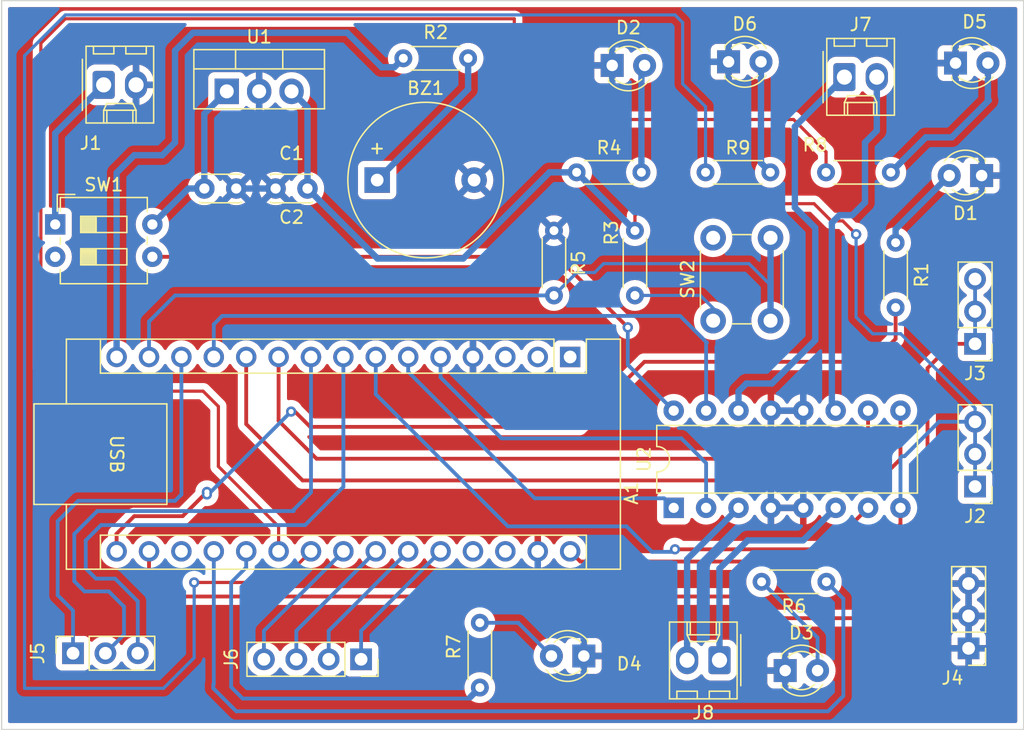
<source format=kicad_pcb>
(kicad_pcb (version 20211014) (generator pcbnew)
  (layers (0 "F.Cu" signal) (31 "B.Cu" signal) (34 "B.Paste" user) (35 "F.Paste" user) (36 "B.SilkS" user "B.Silkscreen") (37 "F.SilkS" user "F.Silkscreen") (38 "B.Mask" user) (39 "F.Mask" user) (44 "Edge.Cuts" user))
  (net 0 "")
  (net 4 "GND")
  (net 5 "MOTOR1_ILERI")
  (net 6 "MOTOR1_HIZ")
  (net 7 "MOTOR1_GERI")
  (net 8 "PWM1")
  (net 9 "PWM2")
  (net 10 "MOTOR2_ILERI")
  (net 11 "MOTOR2_HIZ")
  (net 12 "MOTOR2_GERI")
  (net 13 "PWM3")
  (net 14 "USER_BUTTON")
  (net 15 "USER_BUZZER")
  (net 16 "USER_LED")
  (net 17 "3.3V")
  (net 19 "MOTOR1_ILERI_LED")
  (net 20 "MOTOR1_GERI_LED")
  (net 21 "MOTOR2_ILERI_LED")
  (net 22 "MOTOR2_GERI_LED")
  (net 23 "SENSOR1")
  (net 24 "SENSOR2")
  (net 25 "SENSOR3")
  (net 26 "SENSOR4")
  (net 29 "PWR_OUT")
  (net 30 "Net-(BZ1-Pad1)")
  (net 31 "Net-(C1-Pad1)")
  (net 32 "Net-(D1-Pad2)")
  (net 33 "Net-(D2-Pad2)")
  (net 34 "Net-(D3-Pad2)")
  (net 35 "Net-(D4-Pad2)")
  (net 36 "Net-(D5-Pad2)")
  (net 37 "Net-(D6-Pad2)")
  (net 38 "+12V")
  (net 39 "Net-(J7-Pad1)")
  (net 40 "Net-(J7-Pad2)")
  (net 41 "Net-(J8-Pad1)")
  (net 42 "Net-(J8-Pad2)")
  (net 43 "Net-(R3-Pad1)")
  (net 44 "PWR_MOTOR")
  (footprint "Connector_PinSocket_2.54mm:PinSocket_1x03_P2.54mm_Vertical" (layer "F.Cu") (at 55 107.05 90)
    (fp_text reference "J5" (at 0 -2.77 90) (layer "F.SilkS"))
    (fp_text value "PWM_PINS")
    (pad "1" thru_hole rect (at 0 0 90) (size 1.7 1.7) (drill 1) (layers *.Cu *.Mask) (net 13 "PWM3"))
    (pad "2" thru_hole oval (at 0 2.54 90) (size 1.7 1.7) (drill 1) (layers *.Cu *.Mask) (net 9 "PWM2"))
    (pad "3" thru_hole oval (at 0 5.08 90) (size 1.7 1.7) (drill 1) (layers *.Cu *.Mask) (net 8 "PWM1"))
  )
  (footprint "Resistor_THT:R_Axial_DIN0204_L3.6mm_D1.6mm_P5.08mm_Horizontal" (layer "F.Cu") (at 114.0714 101.4476 180)
    (fp_text reference "R6" (at 2.54 -1.92) (layer "F.SilkS"))
    (fp_text value "330")
    (pad "1" thru_hole circle (at 0 0 180) (size 1.4 1.4) (drill 0.7) (layers *.Cu *.Mask) (net 19 "MOTOR1_ILERI_LED"))
    (pad "2" thru_hole oval (at 5.08 0 180) (size 1.4 1.4) (drill 0.7) (layers *.Cu *.Mask) (net 34 "Net-(D3-Pad2)"))
  )
  (footprint "Resistor_THT:R_Axial_DIN0204_L3.6mm_D1.6mm_P5.08mm_Horizontal" (layer "F.Cu") (at 104.5972 69.342)
    (fp_text reference "R9" (at 2.54 -1.92) (layer "F.SilkS"))
    (fp_text value "330")
    (pad "1" thru_hole circle (at 0 0) (size 1.4 1.4) (drill 0.7) (layers *.Cu *.Mask) (net 22 "MOTOR2_GERI_LED"))
    (pad "2" thru_hole oval (at 5.08 0) (size 1.4 1.4) (drill 0.7) (layers *.Cu *.Mask) (net 37 "Net-(D6-Pad2)"))
  )
  (footprint "Resistor_THT:R_Axial_DIN0204_L3.6mm_D1.6mm_P5.08mm_Horizontal" (layer "F.Cu") (at 94.488 69.342)
    (fp_text reference "R4" (at 2.54 -1.92) (layer "F.SilkS"))
    (fp_text value "330R")
    (pad "1" thru_hole circle (at 0 0) (size 1.4 1.4) (drill 0.7) (layers *.Cu *.Mask) (net 29 "PWR_OUT"))
    (pad "2" thru_hole oval (at 5.08 0) (size 1.4 1.4) (drill 0.7) (layers *.Cu *.Mask) (net 33 "Net-(D2-Pad2)"))
  )
  (footprint "Resistor_THT:R_Axial_DIN0204_L3.6mm_D1.6mm_P5.08mm_Horizontal" (layer "F.Cu") (at 86.9 109.74 90)
    (fp_text reference "R7" (at 3.19 -2.05 90) (layer "F.SilkS"))
    (fp_text value "330")
    (pad "1" thru_hole circle (at 0 0 90) (size 1.4 1.4) (drill 0.7) (layers *.Cu *.Mask) (net 20 "MOTOR1_GERI_LED"))
    (pad "2" thru_hole oval (at 5.08 0 90) (size 1.4 1.4) (drill 0.7) (layers *.Cu *.Mask) (net 35 "Net-(D4-Pad2)"))
  )
  (footprint "Buzzer_Beeper:Buzzer_12x9.5RM7.6" (layer "F.Cu") (at 78.85 69.95)
    (fp_text reference "BZ1" (at 3.8 -7.2) (layer "F.SilkS"))
    (fp_text value "Buzzer")
    (fp_text user "+" (at -0.01 -2.54) (layer "F.SilkS"))
    (pad "1" thru_hole rect (at 0 0) (size 2 2) (drill 1) (layers *.Cu *.Mask) (net 30 "Net-(BZ1-Pad1)"))
    (pad "2" thru_hole circle (at 7.6 0) (size 2 2) (drill 1) (layers *.Cu *.Mask) (net 4 "GND"))
  )
  (footprint "Connector_PinHeader_2.54mm:PinHeader_1x03_P2.54mm_Vertical" (layer "F.Cu") (at 125.73 82.789 180)
    (fp_text reference "J3" (at 0 -2.33) (layer "F.SilkS"))
    (fp_text value "+3.3V")
    (pad "1" thru_hole rect (at 0 0 180) (size 1.7 1.7) (drill 1) (layers *.Cu *.Mask) (net 17 "3.3V"))
    (pad "2" thru_hole oval (at 0 2.54 180) (size 1.7 1.7) (drill 1) (layers *.Cu *.Mask) (net 17 "3.3V"))
    (pad "3" thru_hole oval (at 0 5.08 180) (size 1.7 1.7) (drill 1) (layers *.Cu *.Mask) (net 17 "3.3V"))
  )
  (footprint "Connector_PinHeader_2.54mm:PinHeader_1x03_P2.54mm_Vertical" (layer "F.Cu") (at 125.73 93.98 180)
    (fp_text reference "J2" (at 0 -2.33) (layer "F.SilkS"))
    (fp_text value "+5V")
    (pad "1" thru_hole rect (at 0 0 180) (size 1.7 1.7) (drill 1) (layers *.Cu *.Mask) (net 29 "PWR_OUT"))
    (pad "2" thru_hole oval (at 0 2.54 180) (size 1.7 1.7) (drill 1) (layers *.Cu *.Mask) (net 29 "PWR_OUT"))
    (pad "3" thru_hole oval (at 0 5.08 180) (size 1.7 1.7) (drill 1) (layers *.Cu *.Mask) (net 29 "PWR_OUT"))
  )
  (footprint "Resistor_THT:R_Axial_DIN0204_L3.6mm_D1.6mm_P5.08mm_Horizontal" (layer "F.Cu") (at 119.5 79.94 90)
    (fp_text reference "R1" (at 2.54 2.032 90) (layer "F.SilkS"))
    (fp_text value "330")
    (pad "1" thru_hole circle (at 0 0 90) (size 1.4 1.4) (drill 0.7) (layers *.Cu *.Mask) (net 16 "USER_LED"))
    (pad "2" thru_hole oval (at 5.08 0 90) (size 1.4 1.4) (drill 0.7) (layers *.Cu *.Mask) (net 32 "Net-(D1-Pad2)"))
  )
  (footprint "Capacitor_THT:C_Disc_D3.0mm_W2.0mm_P2.50mm" (layer "F.Cu") (at 73.386 70.612 180)
    (fp_text reference "C2" (at 1.25 -2.25) (layer "F.SilkS"))
    (fp_text value "0.1uF")
    (pad "1" thru_hole circle (at 0 0 180) (size 1.6 1.6) (drill 0.8) (layers *.Cu *.Mask) (net 29 "PWR_OUT"))
    (pad "2" thru_hole circle (at 2.5 0 180) (size 1.6 1.6) (drill 0.8) (layers *.Cu *.Mask) (net 4 "GND"))
  )
  (footprint "Resistor_THT:R_Axial_DIN0204_L3.6mm_D1.6mm_P5.08mm_Horizontal" (layer "F.Cu") (at 114.046 69.342)
    (fp_text reference "R8" (at -0.862893 -2.15) (layer "F.SilkS"))
    (fp_text value "330")
    (pad "1" thru_hole circle (at 0 0) (size 1.4 1.4) (drill 0.7) (layers *.Cu *.Mask) (net 21 "MOTOR2_ILERI_LED"))
    (pad "2" thru_hole oval (at 5.08 0) (size 1.4 1.4) (drill 0.7) (layers *.Cu *.Mask) (net 36 "Net-(D5-Pad2)"))
  )
  (footprint "LED_THT:LED_D3.0mm" (layer "F.Cu") (at 110.8406 108.4072)
    (fp_text reference "D3" (at 1.27 -2.96) (layer "F.SilkS"))
    (fp_text value "LED")
    (pad "1" thru_hole rect (at 0 0) (size 1.8 1.8) (drill 0.9) (layers *.Cu *.Mask) (net 4 "GND"))
    (pad "2" thru_hole circle (at 2.54 0) (size 1.8 1.8) (drill 0.9) (layers *.Cu *.Mask) (net 34 "Net-(D3-Pad2)"))
  )
  (footprint "Module:Arduino_Nano" (layer "F.Cu") (at 93.98 83.82 -90)
    (fp_text reference "A1" (at 10.67 -4.805 90) (layer "F.SilkS"))
    (fp_text value "Arduino_Nano_v3.x")
    (fp_text user "USB" (at 7.62 35.56 -90 unlocked) (layer "F.SilkS"))
    (pad "1" thru_hole rect (at 0 0 270) (size 1.6 1.6) (drill 1) (layers *.Cu *.Mask))
    (pad "2" thru_hole oval (at 0 2.54 270) (size 1.6 1.6) (drill 1) (layers *.Cu *.Mask))
    (pad "3" thru_hole oval (at 0 5.08 270) (size 1.6 1.6) (drill 1) (layers *.Cu *.Mask))
    (pad "4" thru_hole oval (at 0 7.62 270) (size 1.6 1.6) (drill 1) (layers *.Cu *.Mask) (net 4 "GND"))
    (pad "5" thru_hole oval (at 0 10.16 270) (size 1.6 1.6) (drill 1) (layers *.Cu *.Mask) (net 5 "MOTOR1_ILERI"))
    (pad "6" thru_hole oval (at 0 12.7 270) (size 1.6 1.6) (drill 1) (layers *.Cu *.Mask) (net 6 "MOTOR1_HIZ"))
    (pad "7" thru_hole oval (at 0 15.24 270) (size 1.6 1.6) (drill 1) (layers *.Cu *.Mask) (net 7 "MOTOR1_GERI"))
    (pad "8" thru_hole oval (at 0 17.78 270) (size 1.6 1.6) (drill 1) (layers *.Cu *.Mask) (net 8 "PWM1"))
    (pad "9" thru_hole oval (at 0 20.32 270) (size 1.6 1.6) (drill 1) (layers *.Cu *.Mask) (net 9 "PWM2"))
    (pad "10" thru_hole oval (at 0 22.86 270) (size 1.6 1.6) (drill 1) (layers *.Cu *.Mask) (net 10 "MOTOR2_ILERI"))
    (pad "11" thru_hole oval (at 0 25.4 270) (size 1.6 1.6) (drill 1) (layers *.Cu *.Mask) (net 11 "MOTOR2_HIZ"))
    (pad "12" thru_hole oval (at 0 27.94 270) (size 1.6 1.6) (drill 1) (layers *.Cu *.Mask) (net 12 "MOTOR2_GERI"))
    (pad "13" thru_hole oval (at 0 30.48 270) (size 1.6 1.6) (drill 1) (layers *.Cu *.Mask) (net 13 "PWM3"))
    (pad "14" thru_hole oval (at 0 33.02 270) (size 1.6 1.6) (drill 1) (layers *.Cu *.Mask) (net 14 "USER_BUTTON"))
    (pad "15" thru_hole oval (at 0 35.56 270) (size 1.6 1.6) (drill 1) (layers *.Cu *.Mask) (net 15 "USER_BUZZER"))
    (pad "16" thru_hole oval (at 15.24 35.56 270) (size 1.6 1.6) (drill 1) (layers *.Cu *.Mask) (net 16 "USER_LED"))
    (pad "17" thru_hole oval (at 15.24 33.02 270) (size 1.6 1.6) (drill 1) (layers *.Cu *.Mask) (net 17 "3.3V"))
    (pad "18" thru_hole oval (at 15.24 30.48 270) (size 1.6 1.6) (drill 1) (layers *.Cu *.Mask))
    (pad "19" thru_hole oval (at 15.24 27.94 270) (size 1.6 1.6) (drill 1) (layers *.Cu *.Mask) (net 19 "MOTOR1_ILERI_LED"))
    (pad "20" thru_hole oval (at 15.24 25.4 270) (size 1.6 1.6) (drill 1) (layers *.Cu *.Mask) (net 20 "MOTOR1_GERI_LED"))
    (pad "21" thru_hole oval (at 15.24 22.86 270) (size 1.6 1.6) (drill 1) (layers *.Cu *.Mask) (net 21 "MOTOR2_ILERI_LED"))
    (pad "22" thru_hole oval (at 15.24 20.32 270) (size 1.6 1.6) (drill 1) (layers *.Cu *.Mask) (net 22 "MOTOR2_GERI_LED"))
    (pad "23" thru_hole oval (at 15.24 17.78 270) (size 1.6 1.6) (drill 1) (layers *.Cu *.Mask) (net 23 "SENSOR1"))
    (pad "24" thru_hole oval (at 15.24 15.24 270) (size 1.6 1.6) (drill 1) (layers *.Cu *.Mask) (net 24 "SENSOR2"))
    (pad "25" thru_hole oval (at 15.24 12.7 270) (size 1.6 1.6) (drill 1) (layers *.Cu *.Mask) (net 25 "SENSOR3"))
    (pad "26" thru_hole oval (at 15.24 10.16 270) (size 1.6 1.6) (drill 1) (layers *.Cu *.Mask) (net 26 "SENSOR4"))
    (pad "27" thru_hole oval (at 15.24 7.62 270) (size 1.6 1.6) (drill 1) (layers *.Cu *.Mask))
    (pad "28" thru_hole oval (at 15.24 5.08 270) (size 1.6 1.6) (drill 1) (layers *.Cu *.Mask))
    (pad "29" thru_hole oval (at 15.24 2.54 270) (size 1.6 1.6) (drill 1) (layers *.Cu *.Mask) (net 4 "GND"))
    (pad "30" thru_hole oval (at 15.24 0 270) (size 1.6 1.6) (drill 1) (layers *.Cu *.Mask) (net 29 "PWR_OUT"))
  )
  (footprint "Resistor_THT:R_Axial_DIN0204_L3.6mm_D1.6mm_P5.08mm_Horizontal" (layer "F.Cu") (at 80.9 60.4)
    (fp_text reference "R2" (at 2.54 -2.032) (layer "F.SilkS"))
    (fp_text value "330")
    (pad "1" thru_hole circle (at 0 0) (size 1.4 1.4) (drill 0.7) (layers *.Cu *.Mask) (net 15 "USER_BUZZER"))
    (pad "2" thru_hole oval (at 5.08 0) (size 1.4 1.4) (drill 0.7) (layers *.Cu *.Mask) (net 30 "Net-(BZ1-Pad1)"))
  )
  (footprint "Button_Switch_THT:SW_DIP_SPSTx02_Slide_6.7x6.64mm_W7.62mm_P2.54mm_LowProfile" (layer "F.Cu") (at 53.604 73.426)
    (fp_text reference "SW1" (at 3.81 -3.11) (layer "F.SilkS"))
    (fp_text value "SWITCHES")
    (pad "1" thru_hole rect (at 0 0) (size 1.6 1.6) (drill 0.8) (layers *.Cu *.Mask) (net 38 "+12V"))
    (pad "2" thru_hole oval (at 0 2.54) (size 1.6 1.6) (drill 0.8) (layers *.Cu *.Mask) (net 38 "+12V"))
    (pad "3" thru_hole oval (at 7.62 2.54) (size 1.6 1.6) (drill 0.8) (layers *.Cu *.Mask) (net 44 "PWR_MOTOR"))
    (pad "4" thru_hole oval (at 7.62 0) (size 1.6 1.6) (drill 0.8) (layers *.Cu *.Mask) (net 31 "Net-(C1-Pad1)"))
  )
  (footprint "Connector_Molex:Molex_KK-254_AE-6410-02A_1x02_P2.54mm_Vertical" (layer "F.Cu") (at 115.484107 61.876)
    (fp_text reference "J7" (at 1.27 -4.12) (layer "F.SilkS"))
    (fp_text value "MOTOR2")
    (pad "1" thru_hole roundrect (at 0 0) (size 1.74 2.19) (drill 1.19) (layers *.Cu *.Mask) (roundrect_rratio 0.143678) (net 39 "Net-(J7-Pad1)"))
    (pad "2" thru_hole oval (at 2.54 0) (size 1.74 2.19) (drill 1.19) (layers *.Cu *.Mask) (net 40 "Net-(J7-Pad2)"))
  )
  (footprint "Connector_PinHeader_2.54mm:PinHeader_1x03_P2.54mm_Vertical" (layer "F.Cu") (at 125.222 106.665 180)
    (fp_text reference "J4" (at 1.27 -2.33) (layer "F.SilkS"))
    (fp_text value "GND")
    (pad "1" thru_hole rect (at 0 0 180) (size 1.7 1.7) (drill 1) (layers *.Cu *.Mask) (net 4 "GND"))
    (pad "2" thru_hole oval (at 0 2.54 180) (size 1.7 1.7) (drill 1) (layers *.Cu *.Mask) (net 4 "GND"))
    (pad "3" thru_hole oval (at 0 5.08 180) (size 1.7 1.7) (drill 1) (layers *.Cu *.Mask) (net 4 "GND"))
  )
  (footprint "LED_THT:LED_D3.0mm" (layer "F.Cu") (at 126.243 69.596 180)
    (fp_text reference "D1" (at 1.27 -2.96) (layer "F.SilkS"))
    (fp_text value "LED")
    (pad "1" thru_hole rect (at 0 0 180) (size 1.8 1.8) (drill 0.9) (layers *.Cu *.Mask) (net 4 "GND"))
    (pad "2" thru_hole circle (at 2.54 0 180) (size 1.8 1.8) (drill 0.9) (layers *.Cu *.Mask) (net 32 "Net-(D1-Pad2)"))
  )
  (footprint "Connector_Molex:Molex_KK-254_AE-6410-02A_1x02_P2.54mm_Vertical" (layer "F.Cu") (at 105.6894 107.5944 180)
    (fp_text reference "J8" (at 1.27 -4.12) (layer "F.SilkS"))
    (fp_text value "MOTOR1")
    (pad "1" thru_hole roundrect (at 0 0 180) (size 1.74 2.19) (drill 1.19) (layers *.Cu *.Mask) (roundrect_rratio 0.143678) (net 41 "Net-(J8-Pad1)"))
    (pad "2" thru_hole oval (at 2.54 0 180) (size 1.74 2.19) (drill 1.19) (layers *.Cu *.Mask) (net 42 "Net-(J8-Pad2)"))
  )
  (footprint "Button_Switch_THT:SW_PUSH_6mm_H4.3mm" (layer "F.Cu") (at 105.192 80.974 90)
    (fp_text reference "SW2" (at 3.25 -2 90) (layer "F.SilkS"))
    (fp_text value "SW_Push")
    (pad "1" thru_hole circle (at 0 0 180) (size 2 2) (drill 1.1) (layers *.Cu *.Mask) (net 43 "Net-(R3-Pad1)"))
    (pad "1" thru_hole circle (at 6.5 0 180) (size 2 2) (drill 1.1) (layers *.Cu *.Mask) (net 43 "Net-(R3-Pad1)"))
    (pad "2" thru_hole circle (at 6.5 4.5 180) (size 2 2) (drill 1.1) (layers *.Cu *.Mask) (net 14 "USER_BUTTON"))
    (pad "2" thru_hole circle (at 0 4.5 180) (size 2 2) (drill 1.1) (layers *.Cu *.Mask) (net 14 "USER_BUTTON"))
  )
  (footprint "Resistor_THT:R_Axial_DIN0204_L3.6mm_D1.6mm_P5.08mm_Horizontal" (layer "F.Cu") (at 99.06 78.994 90)
    (fp_text reference "R3" (at 4.908 -1.85 90) (layer "F.SilkS"))
    (fp_text value "330")
    (pad "1" thru_hole circle (at 0 0 90) (size 1.4 1.4) (drill 0.7) (layers *.Cu *.Mask) (net 43 "Net-(R3-Pad1)"))
    (pad "2" thru_hole oval (at 5.08 0 90) (size 1.4 1.4) (drill 0.7) (layers *.Cu *.Mask) (net 29 "PWR_OUT"))
  )
  (footprint "Package_TO_SOT_THT:TO-220-3_Vertical" (layer "F.Cu") (at 67.056 62.992)
    (fp_text reference "U1" (at 2.54 -4.27) (layer "F.SilkS"))
    (fp_text value "L7805")
    (pad "1" thru_hole rect (at 0 0) (size 1.905 2) (drill 1.1) (layers *.Cu *.Mask) (net 31 "Net-(C1-Pad1)"))
    (pad "2" thru_hole oval (at 2.54 0) (size 1.905 2) (drill 1.1) (layers *.Cu *.Mask) (net 4 "GND"))
    (pad "3" thru_hole oval (at 5.08 0) (size 1.905 2) (drill 1.1) (layers *.Cu *.Mask) (net 29 "PWR_OUT"))
  )
  (footprint "Resistor_THT:R_Axial_DIN0204_L3.6mm_D1.6mm_P5.08mm_Horizontal" (layer "F.Cu") (at 92.71 73.914 -90)
    (fp_text reference "R5" (at 2.54 -1.92 90) (layer "F.SilkS"))
    (fp_text value "10K")
    (pad "1" thru_hole circle (at 0 0 270) (size 1.4 1.4) (drill 0.7) (layers *.Cu *.Mask) (net 4 "GND"))
    (pad "2" thru_hole oval (at 5.08 0 270) (size 1.4 1.4) (drill 0.7) (layers *.Cu *.Mask) (net 14 "USER_BUTTON"))
  )
  (footprint "LED_THT:LED_D3.0mm" (layer "F.Cu") (at 95.0518 107.2642 180)
    (fp_text reference "D4" (at -3.5546 -0.6196) (layer "F.SilkS"))
    (fp_text value "LED")
    (pad "1" thru_hole rect (at 0 0 180) (size 1.8 1.8) (drill 0.9) (layers *.Cu *.Mask) (net 4 "GND"))
    (pad "2" thru_hole circle (at 2.54 0 180) (size 1.8 1.8) (drill 0.9) (layers *.Cu *.Mask) (net 35 "Net-(D4-Pad2)"))
  )
  (footprint "LED_THT:LED_D3.0mm" (layer "F.Cu") (at 124.197 60.776)
    (fp_text reference "D5" (at 1.498 -3.224) (layer "F.SilkS"))
    (fp_text value "LED")
    (pad "1" thru_hole rect (at 0 0) (size 1.8 1.8) (drill 0.9) (layers *.Cu *.Mask) (net 4 "GND"))
    (pad "2" thru_hole circle (at 2.54 0) (size 1.8 1.8) (drill 0.9) (layers *.Cu *.Mask) (net 36 "Net-(D5-Pad2)"))
  )
  (footprint "Capacitor_THT:C_Disc_D3.0mm_W2.0mm_P2.50mm" (layer "F.Cu") (at 65.298 70.612)
    (fp_text reference "C1" (at 6.838 -2.758) (layer "F.SilkS"))
    (fp_text value "0.33uF")
    (pad "1" thru_hole circle (at 0 0) (size 1.6 1.6) (drill 0.8) (layers *.Cu *.Mask) (net 31 "Net-(C1-Pad1)"))
    (pad "2" thru_hole circle (at 2.5 0) (size 1.6 1.6) (drill 0.8) (layers *.Cu *.Mask) (net 4 "GND"))
  )
  (footprint "LED_THT:LED_D3.0mm" (layer "F.Cu") (at 97.277 60.96)
    (fp_text reference "D2" (at 1.27 -2.96) (layer "F.SilkS"))
    (fp_text value "LED")
    (pad "1" thru_hole rect (at 0 0) (size 1.8 1.8) (drill 0.9) (layers *.Cu *.Mask) (net 4 "GND"))
    (pad "2" thru_hole circle (at 2.54 0) (size 1.8 1.8) (drill 0.9) (layers *.Cu *.Mask) (net 33 "Net-(D2-Pad2)"))
  )
  (footprint "Connector_PinSocket_2.54mm:PinSocket_1x04_P2.54mm_Vertical" (layer "F.Cu") (at 77.59 107.525 -90)
    (fp_text reference "J6" (at -0.025 10.185 90) (layer "F.SilkS"))
    (fp_text value "ANALOG_SENSOR")
    (pad "1" thru_hole rect (at 0 0 270) (size 1.7 1.7) (drill 1) (layers *.Cu *.Mask) (net 26 "SENSOR4"))
    (pad "2" thru_hole oval (at 0 2.54 270) (size 1.7 1.7) (drill 1) (layers *.Cu *.Mask) (net 25 "SENSOR3"))
    (pad "3" thru_hole oval (at 0 5.08 270) (size 1.7 1.7) (drill 1) (layers *.Cu *.Mask) (net 24 "SENSOR2"))
    (pad "4" thru_hole oval (at 0 7.62 270) (size 1.7 1.7) (drill 1) (layers *.Cu *.Mask) (net 23 "SENSOR1"))
  )
  (footprint "LED_THT:LED_D3.0mm" (layer "F.Cu") (at 106.402 60.676)
    (fp_text reference "D6" (at 1.27 -2.96) (layer "F.SilkS"))
    (fp_text value "LED")
    (pad "1" thru_hole rect (at 0 0) (size 1.8 1.8) (drill 0.9) (layers *.Cu *.Mask) (net 4 "GND"))
    (pad "2" thru_hole circle (at 2.54 0) (size 1.8 1.8) (drill 0.9) (layers *.Cu *.Mask) (net 37 "Net-(D6-Pad2)"))
  )
  (footprint "Package_DIP:DIP-16_W7.62mm" (layer "F.Cu") (at 102.1 95.65 90)
    (fp_text reference "U2" (at 3.81 -2.33 90) (layer "F.SilkS"))
    (fp_text value "L293D")
    (pad "1" thru_hole rect (at 0 0 90) (size 1.6 1.6) (drill 0.8) (layers *.Cu *.Mask) (net 6 "MOTOR1_HIZ"))
    (pad "2" thru_hole oval (at 0 2.54 90) (size 1.6 1.6) (drill 0.8) (layers *.Cu *.Mask) (net 5 "MOTOR1_ILERI"))
    (pad "3" thru_hole oval (at 0 5.08 90) (size 1.6 1.6) (drill 0.8) (layers *.Cu *.Mask) (net 42 "Net-(J8-Pad2)"))
    (pad "4" thru_hole oval (at 0 7.62 90) (size 1.6 1.6) (drill 0.8) (layers *.Cu *.Mask) (net 4 "GND"))
    (pad "5" thru_hole oval (at 0 10.16 90) (size 1.6 1.6) (drill 0.8) (layers *.Cu *.Mask) (net 4 "GND"))
    (pad "6" thru_hole oval (at 0 12.7 90) (size 1.6 1.6) (drill 0.8) (layers *.Cu *.Mask) (net 41 "Net-(J8-Pad1)"))
    (pad "7" thru_hole oval (at 0 15.24 90) (size 1.6 1.6) (drill 0.8) (layers *.Cu *.Mask) (net 7 "MOTOR1_GERI"))
    (pad "8" thru_hole oval (at 0 17.78 90) (size 1.6 1.6) (drill 0.8) (layers *.Cu *.Mask) (net 29 "PWR_OUT"))
    (pad "9" thru_hole oval (at 7.62 17.78 90) (size 1.6 1.6) (drill 0.8) (layers *.Cu *.Mask) (net 11 "MOTOR2_HIZ"))
    (pad "10" thru_hole oval (at 7.62 15.24 90) (size 1.6 1.6) (drill 0.8) (layers *.Cu *.Mask) (net 10 "MOTOR2_ILERI"))
    (pad "11" thru_hole oval (at 7.62 12.7 90) (size 1.6 1.6) (drill 0.8) (layers *.Cu *.Mask) (net 40 "Net-(J7-Pad2)"))
    (pad "12" thru_hole oval (at 7.62 10.16 90) (size 1.6 1.6) (drill 0.8) (layers *.Cu *.Mask) (net 4 "GND"))
    (pad "13" thru_hole oval (at 7.62 7.62 90) (size 1.6 1.6) (drill 0.8) (layers *.Cu *.Mask) (net 4 "GND"))
    (pad "14" thru_hole oval (at 7.62 5.08 90) (size 1.6 1.6) (drill 0.8) (layers *.Cu *.Mask) (net 39 "Net-(J7-Pad1)"))
    (pad "15" thru_hole oval (at 7.62 2.54 90) (size 1.6 1.6) (drill 0.8) (layers *.Cu *.Mask) (net 12 "MOTOR2_GERI"))
    (pad "16" thru_hole oval (at 7.62 0 90) (size 1.6 1.6) (drill 0.8) (layers *.Cu *.Mask) (net 44 "PWR_MOTOR"))
  )
  (footprint "Connector_Molex:Molex_KK-254_AE-6410-02A_1x02_P2.54mm_Vertical" (layer "F.Cu") (at 57.404 62.484)
    (fp_text reference "J1" (at -1.016 4.572) (layer "F.SilkS"))
    (fp_text value "PWR")
    (pad "1" thru_hole roundrect (at 0 0) (size 1.74 2.19) (drill 1.19) (layers *.Cu *.Mask) (roundrect_rratio 0.143678) (net 38 "+12V"))
    (pad "2" thru_hole oval (at 2.54 0) (size 1.74 2.19) (drill 1.19) (layers *.Cu *.Mask) (net 4 "GND"))
  )
  (gr_line (start 129.54 55.88) (end 129.54 113.03) (layer "Edge.Cuts") (width 0.1))
  (gr_line (start 49.403 55.88) (end 129.54 55.88) (layer "Edge.Cuts") (width 0.1))
  (gr_line (start 49.403 113.03) (end 49.403 55.88) (layer "Edge.Cuts") (width 0.1))
  (gr_line (start 129.54 113.03) (end 49.403 113.03) (layer "Edge.Cuts") (width 0.1))
  (segment (start 59.944 62.484) (end 59.944 66.548) (width 0.5) (layer "B.Cu") (net 4))
  (segment (start 67.798 70.612) (end 70.886 70.612) (width 0.5) (layer "B.Cu") (net 4))
  (segment (start 102.7 90.2) (end 104.64 92.14) (width 0.3) (layer "B.Cu") (net 5))
  (segment (start 104.64 92.14) (end 104.64 95.65) (width 0.3) (layer "B.Cu") (net 5))
  (segment (start 88.6 90.2) (end 102.7 90.2) (width 0.3) (layer "B.Cu") (net 5))
  (segment (start 83.82 83.82) (end 83.82 85.42) (width 0.3) (layer "B.Cu") (net 5))
  (segment (start 83.82 85.42) (end 88.6 90.2) (width 0.3) (layer "B.Cu") (net 5))
  (segment (start 91.2 94.9) (end 101.35 94.9) (width 0.3) (layer "B.Cu") (net 6))
  (segment (start 81.28 83.82) (end 81.28 84.98) (width 0.3) (layer "B.Cu") (net 6))
  (segment (start 81.28 84.98) (end 91.2 94.9) (width 0.3) (layer "B.Cu") (net 6))
  (segment (start 101.35 94.9) (end 102.1 95.65) (width 0.3) (layer "B.Cu") (net 6))
  (segment (start 114.09 98.9) (end 117.34 95.65) (width 0.3) (layer "F.Cu") (net 7))
  (segment (start 102.2 98.9) (end 114.09 98.9) (width 0.3) (layer "F.Cu") (net 7))
  (via (at 102.2 98.9) (size 0.8) (drill 0.4) (layers "F.Cu" "B.Cu") (net 7))
  (segment (start 78.74 86.74) (end 88.7 96.7) (width 0.3) (layer "B.Cu") (net 7))
  (segment (start 98.2 97.1) (end 98.4 97.1) (width 0.3) (layer "B.Cu") (net 7))
  (segment (start 98.4 97.1) (end 100.4 99.1) (width 0.3) (layer "B.Cu") (net 7))
  (segment (start 100.4 99.1) (end 102 99.1) (width 0.3) (layer "B.Cu") (net 7))
  (segment (start 78.74 83.82) (end 78.74 86.74) (width 0.3) (layer "B.Cu") (net 7))
  (segment (start 89.1 97.1) (end 98.2 97.1) (width 0.3) (layer "B.Cu") (net 7))
  (segment (start 102 99.1) (end 102.2 98.9) (width 0.3) (layer "B.Cu") (net 7))
  (segment (start 88.7 96.7) (end 89.1 97.1) (width 0.3) (layer "B.Cu") (net 7))
  (segment (start 60.08 102.98) (end 58.3 101.2) (width 0.3) (layer "B.Cu") (net 8))
  (segment (start 58.3 101.2) (end 56.8 101.2) (width 0.3) (layer "B.Cu") (net 8))
  (segment (start 56 100.4) (end 56 98.2) (width 0.3) (layer "B.Cu") (net 8))
  (segment (start 73.2 97) (end 76.2 94) (width 0.3) (layer "B.Cu") (net 8))
  (segment (start 56 98.2) (end 57.2 97) (width 0.3) (layer "B.Cu") (net 8))
  (segment (start 60.08 107.05) (end 60.08 102.98) (width 0.3) (layer "B.Cu") (net 8))
  (segment (start 76.2 94) (end 76.2 83.82) (width 0.3) (layer "B.Cu") (net 8))
  (segment (start 56.8 101.2) (end 56 100.4) (width 0.3) (layer "B.Cu") (net 8))
  (segment (start 57.2 97) (end 73.2 97) (width 0.3) (layer "B.Cu") (net 8))
  (segment (start 73.66 83.82) (end 73.66 94.44) (width 0.3) (layer "B.Cu") (net 9))
  (segment (start 72.3 95.8) (end 72.3 95.9) (width 0.3) (layer "B.Cu") (net 9))
  (segment (start 57.8 102.2) (end 59 103.4) (width 0.3) (layer "B.Cu") (net 9))
  (segment (start 59 105.59) (end 57.54 107.05) (width 0.3) (layer "B.Cu") (net 9))
  (segment (start 73.66 94.44) (end 72.3 95.8) (width 0.3) (layer "B.Cu") (net 9))
  (segment (start 55.9 102.2) (end 57.8 102.2) (width 0.3) (layer "B.Cu") (net 9))
  (segment (start 56.9 95.9) (end 55.1 97.7) (width 0.3) (layer "B.Cu") (net 9))
  (segment (start 55.1 101.4) (end 55.9 102.2) (width 0.3) (layer "B.Cu") (net 9))
  (segment (start 72.3 95.9) (end 56.9 95.9) (width 0.3) (layer "B.Cu") (net 9))
  (segment (start 59 103.4) (end 59 105.59) (width 0.3) (layer "B.Cu") (net 9))
  (segment (start 55.1 97.7) (end 55.1 101.4) (width 0.3) (layer "B.Cu") (net 9))
  (segment (start 71.12 83.82) (end 71.12 88.82) (width 0.3) (layer "F.Cu") (net 10))
  (segment (start 71.12 88.82) (end 74.1 91.8) (width 0.3) (layer "F.Cu") (net 10))
  (segment (start 74.1 91.8) (end 116.1 91.8) (width 0.3) (layer "F.Cu") (net 10))
  (segment (start 117.34 90.56) (end 117.34 88.03) (width 0.3) (layer "F.Cu") (net 10))
  (segment (start 116.1 91.8) (end 117.34 90.56) (width 0.3) (layer "F.Cu") (net 10))
  (segment (start 119.88 91.82) (end 119.88 88.03) (width 0.3) (layer "F.Cu") (net 11))
  (segment (start 118.2 93.5) (end 119.88 91.82) (width 0.3) (layer "F.Cu") (net 11))
  (segment (start 68.58 83.82) (end 68.58 89.08) (width 0.3) (layer "F.Cu") (net 11))
  (segment (start 73 93.5) (end 118.2 93.5) (width 0.3) (layer "F.Cu") (net 11))
  (segment (start 68.58 89.08) (end 73 93.5) (width 0.3) (layer "F.Cu") (net 11))
  (segment (start 66.04 83.82) (end 66.04 81.26) (width 0.3) (layer "B.Cu") (net 12))
  (segment (start 102.6 80.6) (end 104.7 82.7) (width 0.3) (layer "B.Cu") (net 12))
  (segment (start 104.64 82.76) (end 104.64 88.03) (width 0.3) (layer "B.Cu") (net 12))
  (segment (start 66.04 81.26) (end 66.7 80.6) (width 0.3) (layer "B.Cu") (net 12))
  (segment (start 66.7 80.6) (end 102.6 80.6) (width 0.3) (layer "B.Cu") (net 12))
  (segment (start 104.7 82.7) (end 104.64 82.76) (width 0.3) (layer "B.Cu") (net 12))
  (segment (start 55 103.7) (end 53.8 102.5) (width 0.3) (layer "B.Cu") (net 13))
  (segment (start 63 95.1) (end 63.5 94.6) (width 0.3) (layer "B.Cu") (net 13))
  (segment (start 63.5 94.6) (end 63.5 83.82) (width 0.3) (layer "B.Cu") (net 13))
  (segment (start 55.4 95.1) (end 63 95.1) (width 0.3) (layer "B.Cu") (net 13))
  (segment (start 53.8 96.7) (end 55.4 95.1) (width 0.3) (layer "B.Cu") (net 13))
  (segment (start 53.8 102.5) (end 53.8 96.7) (width 0.3) (layer "B.Cu") (net 13))
  (segment (start 55 107.05) (end 55 103.7) (width 0.3) (layer "B.Cu") (net 13))
  (segment (start 60.96 83.82) (end 60.96 81.04) (width 0.3) (layer "B.Cu") (net 14))
  (segment (start 96.6 76.5) (end 108 76.5) (width 0.25) (layer "B.Cu") (net 14))
  (segment (start 63.006 78.994) (end 92.71 78.994) (width 0.3) (layer "B.Cu") (net 14))
  (segment (start 92.71 78.994) (end 94.504 77.2) (width 0.25) (layer "B.Cu") (net 14))
  (segment (start 94.504 77.2) (end 95.9 77.2) (width 0.25) (layer "B.Cu") (net 14))
  (segment (start 95.9 77.2) (end 96.6 76.5) (width 0.25) (layer "B.Cu") (net 14))
  (segment (start 60.96 81.04) (end 63.006 78.994) (width 0.3) (layer "B.Cu") (net 14))
  (segment (start 109.692 78.192) (end 109.692 74.474) (width 0.5) (layer "B.Cu") (net 14))
  (segment (start 108 76.5) (end 109.692 78.192) (width 0.25) (layer "B.Cu") (net 14))
  (segment (start 109.692 80.974) (end 109.692 78.192) (width 0.5) (layer "B.Cu") (net 14))
  (segment (start 79.2 61.1) (end 80.2 61.1) (width 0.5) (layer "B.Cu") (net 15))
  (segment (start 63 67) (end 63 59.8) (width 0.5) (layer "B.Cu") (net 15))
  (segment (start 63 59.8) (end 64.4 58.4) (width 0.5) (layer "B.Cu") (net 15))
  (segment (start 58.42 69.38) (end 59.8 68) (width 0.5) (layer "B.Cu") (net 15))
  (segment (start 58.42 83.82) (end 58.42 69.38) (width 0.5) (layer "B.Cu") (net 15))
  (segment (start 62 68) (end 63 67) (width 0.5) (layer "B.Cu") (net 15))
  (segment (start 76.5 58.4) (end 79.2 61.1) (width 0.5) (layer "B.Cu") (net 15))
  (segment (start 59.8 68) (end 62 68) (width 0.5) (layer "B.Cu") (net 15))
  (segment (start 64.4 58.4) (end 76.5 58.4) (width 0.5) (layer "B.Cu") (net 15))
  (segment (start 80.2 61.1) (end 80.9 60.4) (width 0.5) (layer "B.Cu") (net 15))
  (segment (start 63.6 96.3) (end 59.8 96.3) (width 0.3) (layer "F.Cu") (net 16))
  (segment (start 58.42 97.72) (end 58.42 99.06) (width 0.3) (layer "F.Cu") (net 16))
  (segment (start 58.4 97.7) (end 58.42 97.72) (width 0.3) (layer "F.Cu") (net 16))
  (segment (start 99.8 84.2) (end 95.7 88.3) (width 0.3) (layer "F.Cu") (net 16))
  (segment (start 73.6 89.3) (end 72.2 87.9) (width 0.3) (layer "F.Cu") (net 16))
  (segment (start 95.7 88.3) (end 94.7 89.3) (width 0.3) (layer "F.Cu") (net 16))
  (segment (start 65.5 94.4) (end 63.6 96.3) (width 0.3) (layer "F.Cu") (net 16))
  (segment (start 119.5 79.94) (end 119.5 82.4) (width 0.3) (layer "F.Cu") (net 16))
  (segment (start 117.7 84.2) (end 99.8 84.2) (width 0.3) (layer "F.Cu") (net 16))
  (segment (start 72.1 88) (end 72.1 88.1) (width 0.3) (layer "F.Cu") (net 16))
  (segment (start 72.2 87.9) (end 72.1 88) (width 0.3) (layer "F.Cu") (net 16))
  (segment (start 94.7 89.3) (end 73.6 89.3) (width 0.3) (layer "F.Cu") (net 16))
  (segment (start 119.5 82.4) (end 117.7 84.2) (width 0.3) (layer "F.Cu") (net 16))
  (segment (start 59.8 96.3) (end 58.4 97.7) (width 0.3) (layer "F.Cu") (net 16))
  (via (at 72.1 88.1) (size 0.8) (drill 0.4) (layers "F.Cu" "B.Cu") (net 16))
  (via (at 65.5 94.4) (size 0.8) (drill 0.4) (layers "F.Cu" "B.Cu") (net 16))
  (via (at 65.5 94.6) (size 0.8) (drill 0.4) (layers "F.Cu" "B.Cu") (net 16))
  (segment (start 65.6 94.6) (end 65.5 94.6) (width 0.3) (layer "B.Cu") (net 16))
  (segment (start 72.1 88.1) (end 65.6 94.6) (width 0.3) (layer "B.Cu") (net 16))
  (segment (start 65.5 94.6) (end 65.5 94.4) (width 0.3) (layer "B.Cu") (net 16))
  (segment (start 106.7 102.6) (end 62.1 102.6) (width 0.3) (layer "F.Cu") (net 17))
  (segment (start 60.96 101.46) (end 60.96 99.06) (width 0.3) (layer "F.Cu") (net 17))
  (segment (start 119.5 104.3) (end 108.4 104.3) (width 0.3) (layer "F.Cu") (net 17))
  (segment (start 122 101.8) (end 119.5 104.3) (width 0.3) (layer "F.Cu") (net 17))
  (segment (start 122 84.7) (end 122 101.8) (width 0.3) (layer "F.Cu") (net 17))
  (segment (start 123.911 82.789) (end 122 84.7) (width 0.3) (layer "F.Cu") (net 17))
  (segment (start 108.4 104.3) (end 106.7 102.6) (width 0.3) (layer "F.Cu") (net 17))
  (segment (start 62.1 102.6) (end 60.96 101.46) (width 0.3) (layer "F.Cu") (net 17))
  (segment (start 125.73 82.789) (end 123.911 82.789) (width 0.3) (layer "F.Cu") (net 17))
  (segment (start 125.73 82.789) (end 125.73 80.249) (width 0.3) (layer "B.Cu") (net 17))
  (segment (start 125.73 80.249) (end 125.73 77.709) (width 0.3) (layer "B.Cu") (net 17))
  (segment (start 115.4 110.4) (end 114.2 111.6) (width 0.3) (layer "B.Cu") (net 19))
  (segment (start 67.8 111.6) (end 66 109.8) (width 0.3) (layer "B.Cu") (net 19))
  (segment (start 66.04 109.46) (end 66.04 99.06) (width 0.3) (layer "B.Cu") (net 19))
  (segment (start 114.2 111.6) (end 67.8 111.6) (width 0.3) (layer "B.Cu") (net 19))
  (segment (start 115.4 102.7762) (end 115.4 110.4) (width 0.3) (layer "B.Cu") (net 19))
  (segment (start 66 109.5) (end 66.04 109.46) (width 0.3) (layer "B.Cu") (net 19))
  (segment (start 114.0714 101.4476) (end 115.4 102.7762) (width 0.3) (layer "B.Cu") (net 19))
  (segment (start 66 109.8) (end 66 109.5) (width 0.3) (layer "B.Cu") (net 19))
  (segment (start 67.4 109.7) (end 67.4 101.5) (width 0.3) (layer "B.Cu") (net 20))
  (segment (start 68.58 100.32) (end 68.58 99.06) (width 0.3) (layer "B.Cu") (net 20))
  (segment (start 86.9 109.74) (end 86.04 110.6) (width 0.3) (layer "B.Cu") (net 20))
  (segment (start 67.4 101.5) (end 68.58 100.32) (width 0.3) (layer "B.Cu") (net 20))
  (segment (start 86.9 109.74) (end 86.14 110.5) (width 0.5) (layer "B.Cu") (net 20))
  (segment (start 86.04 110.6) (end 68.3 110.6) (width 0.3) (layer "B.Cu") (net 20))
  (segment (start 68.3 110.6) (end 67.4 109.7) (width 0.3) (layer "B.Cu") (net 20))
  (segment (start 54.3 86.5) (end 65.2 86.5) (width 0.25) (layer "F.Cu") (net 21))
  (segment (start 111.5 65.2) (end 96 65.2) (width 0.25) (layer "F.Cu") (net 21))
  (segment (start 89.6 58.8) (end 89.6 57.3) (width 0.25) (layer "F.Cu") (net 21))
  (segment (start 54.4 57.3) (end 52.479 59.221) (width 0.25) (layer "F.Cu") (net 21))
  (segment (start 96 65.2) (end 89.6 58.8) (width 0.25) (layer "F.Cu") (net 21))
  (segment (start 71.12 97.12) (end 71.12 99.06) (width 0.25) (layer "F.Cu") (net 21))
  (segment (start 114.046 69.342) (end 114.046 67.746) (width 0.25) (layer "F.Cu") (net 21))
  (segment (start 52.479 59.221) (end 52.479 84.679) (width 0.25) (layer "F.Cu") (net 21))
  (segment (start 89.6 57.3) (end 54.4 57.3) (width 0.25) (layer "F.Cu") (net 21))
  (segment (start 114.046 67.746) (end 111.5 65.2) (width 0.25) (layer "F.Cu") (net 21))
  (segment (start 65.2 86.5) (end 66.4 87.7) (width 0.25) (layer "F.Cu") (net 21))
  (segment (start 66.4 92.4) (end 71.12 97.12) (width 0.25) (layer "F.Cu") (net 21))
  (segment (start 66.4 87.7) (end 66.4 92.4) (width 0.25) (layer "F.Cu") (net 21))
  (segment (start 52.479 84.679) (end 54.3 86.5) (width 0.25) (layer "F.Cu") (net 21))
  (segment (start 64.5 101.5) (end 71.22 101.5) (width 0.25) (layer "F.Cu") (net 22))
  (segment (start 71.22 101.5) (end 73.66 99.06) (width 0.25) (layer "F.Cu") (net 22))
  (via (at 64.5 101.5) (size 0.8) (drill 0.4) (layers "F.Cu" "B.Cu") (net 22))
  (segment (start 64.5 107.4) (end 64.5 101.5) (width 0.25) (layer "B.Cu") (net 22))
  (segment (start 51.2 60.2) (end 51.2 109.8) (width 0.25) (layer "B.Cu") (net 22))
  (segment (start 62.1 109.8) (end 64.5 107.4) (width 0.25) (layer "B.Cu") (net 22))
  (segment (start 104.5972 69.342) (end 104.5972 64.1972) (width 0.25) (layer "B.Cu") (net 22))
  (segment (start 51.2 109.8) (end 62.1 109.8) (width 0.25) (layer "B.Cu") (net 22))
  (segment (start 102.2 57) (end 54.4 57) (width 0.25) (layer "B.Cu") (net 22))
  (segment (start 102.8 57.6) (end 102.2 57) (width 0.25) (layer "B.Cu") (net 22))
  (segment (start 104.5972 64.1972) (end 102.8 62.4) (width 0.25) (layer "B.Cu") (net 22))
  (segment (start 102.8 62.4) (end 102.8 57.6) (width 0.25) (layer "B.Cu") (net 22))
  (segment (start 54.4 57) (end 51.2 60.2) (width 0.25) (layer "B.Cu") (net 22))
  (segment (start 69.97 105.29) (end 76.2 99.06) (width 0.3) (layer "B.Cu") (net 23))
  (segment (start 69.97 107.525) (end 69.97 105.29) (width 0.3) (layer "B.Cu") (net 23))
  (segment (start 72.51 107.525) (end 72.51 105.29) (width 0.3) (layer "B.Cu") (net 24))
  (segment (start 72.51 105.29) (end 78.74 99.06) (width 0.3) (layer "B.Cu") (net 24))
  (segment (start 75.05 107.525) (end 75.05 105.29) (width 0.3) (layer "B.Cu") (net 25))
  (segment (start 75.05 105.29) (end 81.28 99.06) (width 0.3) (layer "B.Cu") (net 25))
  (segment (start 77.59 105.29) (end 83.82 99.06) (width 0.3) (layer "B.Cu") (net 26))
  (segment (start 77.59 107.525) (end 77.59 105.29) (width 0.3) (layer "B.Cu") (net 26))
  (segment (start 94.779999 99.859999) (end 116.940001 99.859999) (width 0.3) (layer "F.Cu") (net 29))
  (segment (start 93.98 99.06) (end 94.779999 99.859999) (width 0.3) (layer "F.Cu") (net 29))
  (segment (start 119.88 96.92) (end 119.88 95.65) (width 0.3) (layer "F.Cu") (net 29))
  (segment (start 114.449 73.149) (end 113.1 71.8) (width 0.25) (layer "F.Cu") (net 29))
  (segment (start 115.349 73.149) (end 114.449 73.149) (width 0.25) (layer "F.Cu") (net 29))
  (segment (start 100 71.8) (end 99.06 72.74) (width 0.25) (layer "F.Cu") (net 29))
  (segment (start 116.4 74.2) (end 115.349 73.149) (width 0.25) (layer "F.Cu") (net 29))
  (segment (start 113.1 71.8) (end 100 71.8) (width 0.25) (layer "F.Cu") (net 29))
  (segment (start 99.06 72.74) (end 99.06 73.914) (width 0.25) (layer "F.Cu") (net 29))
  (segment (start 116.940001 99.859999) (end 119.88 96.92) (width 0.3) (layer "F.Cu") (net 29))
  (via (at 116.4 74.2) (size 0.8) (drill 0.4) (layers "F.Cu" "B.Cu") (net 29))
  (via (at 116.4 74.2) (size 0.8) (drill 0.4) (layers "F.Cu" "B.Cu") (net 29))
  (via (at 116.4 74.2) (size 0.8) (drill 0.4) (layers "F.Cu" "B.Cu") (net 29))
  (segment (start 85.6 76.1) (end 78.874 76.1) (width 0.5) (layer "B.Cu") (net 29))
  (segment (start 120 91.6) (end 119.88 91.72) (width 0.3) (layer "B.Cu") (net 29))
  (segment (start 125.73 91.44) (end 125.73 93.98) (width 0.3) (layer "B.Cu") (net 29))
  (segment (start 125.73 87.83) (end 119.9 82) (width 0.25) (layer "B.Cu") (net 29))
  (segment (start 94.488 69.342) (end 92.358 69.342) (width 0.5) (layer "B.Cu") (net 29))
  (segment (start 92.358 69.342) (end 85.6 76.1) (width 0.5) (layer "B.Cu") (net 29))
  (segment (start 119.9 82) (end 117.7 82) (width 0.25) (layer "B.Cu") (net 29))
  (segment (start 73.386 64.242) (end 72.136 62.992) (width 0.5) (layer "B.Cu") (net 29))
  (segment (start 73.386 70.612) (end 73.386 64.242) (width 0.5) (layer "B.Cu") (net 29))
  (segment (start 117.7 82) (end 116.4 80.7) (width 0.25) (layer "B.Cu") (net 29))
  (segment (start 120.2 91.6) (end 120 91.6) (width 0.3) (layer "B.Cu") (net 29))
  (segment (start 78.874 76.1) (end 73.386 70.612) (width 0.5) (layer "B.Cu") (net 29))
  (segment (start 119.88 91.72) (end 119.88 95.65) (width 0.3) (layer "B.Cu") (net 29))
  (segment (start 125.73 88.9) (end 125.73 87.83) (width 0.25) (layer "B.Cu") (net 29))
  (segment (start 116.4 80.7) (end 116.4 74.2) (width 0.25) (layer "B.Cu") (net 29))
  (segment (start 94.488 69.342) (end 99.06 73.914) (width 0.5) (layer "B.Cu") (net 29))
  (segment (start 125.73 88.9) (end 122.9 88.9) (width 0.3) (layer "B.Cu") (net 29))
  (segment (start 122.9 88.9) (end 120.2 91.6) (width 0.3) (layer "B.Cu") (net 29))
  (segment (start 125.73 88.9) (end 125.73 91.44) (width 0.3) (layer "B.Cu") (net 29))
  (segment (start 78.85 69.95) (end 85.98 62.82) (width 0.5) (layer "B.Cu") (net 30))
  (segment (start 85.98 62.82) (end 85.98 60.4) (width 0.5) (layer "B.Cu") (net 30))
  (segment (start 65.298 70.612) (end 65.298 64.75) (width 0.5) (layer "B.Cu") (net 31))
  (segment (start 64.038 70.612) (end 61.224 73.426) (width 0.5) (layer "B.Cu") (net 31))
  (segment (start 65.298 64.75) (end 67.056 62.992) (width 0.5) (layer "B.Cu") (net 31))
  (segment (start 65.298 70.612) (end 64.038 70.612) (width 0.5) (layer "B.Cu") (net 31))
  (segment (start 123.703 69.596) (end 119.5 73.799) (width 0.5) (layer "B.Cu") (net 32))
  (segment (start 119.5 73.799) (end 119.5 74.86) (width 0.5) (layer "B.Cu") (net 32))
  (segment (start 99.568 69.342) (end 99.568 61.209) (width 0.5) (layer "B.Cu") (net 33))
  (segment (start 99.568 61.209) (end 99.817 60.96) (width 0.5) (layer "B.Cu") (net 33))
  (segment (start 113.3806 108.4072) (end 113.3806 105.8368) (width 0.3) (layer "B.Cu") (net 34))
  (segment (start 113.3806 105.8368) (end 108.9914 101.4476) (width 0.3) (layer "B.Cu") (net 34))
  (segment (start 89.9076 104.66) (end 92.5118 107.2642) (width 0.3) (layer "B.Cu") (net 35))
  (segment (start 86.9 104.66) (end 89.9076 104.66) (width 0.3) (layer "B.Cu") (net 35))
  (segment (start 126.8 63.7) (end 123.9 66.6) (width 0.5) (layer "B.Cu") (net 36))
  (segment (start 126.737 60.776) (end 126.737 63.637) (width 0.5) (layer "B.Cu") (net 36))
  (segment (start 123.9 66.6) (end 121.868 66.6) (width 0.5) (layer "B.Cu") (net 36))
  (segment (start 121.868 66.6) (end 119.126 69.342) (width 0.5) (layer "B.Cu") (net 36))
  (segment (start 126.737 63.637) (end 126.8 63.7) (width 0.5) (layer "B.Cu") (net 36))
  (segment (start 108.942 68.6068) (end 109.6772 69.342) (width 0.5) (layer "B.Cu") (net 37))
  (segment (start 108.942 60.676) (end 108.942 68.6068) (width 0.5) (layer "B.Cu") (net 37))
  (segment (start 57.404 62.484) (end 53.604 66.284) (width 0.5) (layer "B.Cu") (net 38))
  (segment (start 53.604 66.284) (end 53.604 73.426) (width 0.5) (layer "B.Cu") (net 38))
  (segment (start 111.6 72.1) (end 113.2 73.7) (width 0.5) (layer "B.Cu") (net 39))
  (segment (start 109.8 85.9) (end 107.8 85.9) (width 0.5) (layer "B.Cu") (net 39))
  (segment (start 113.2 73.7) (end 113.2 82.5) (width 0.5) (layer "B.Cu") (net 39))
  (segment (start 107.8 85.9) (end 107.18 86.52) (width 0.5) (layer "B.Cu") (net 39))
  (segment (start 107.18 86.52) (end 107.18 88.03) (width 0.5) (layer "B.Cu") (net 39))
  (segment (start 113.2 82.5) (end 109.8 85.9) (width 0.5) (layer "B.Cu") (net 39))
  (segment (start 111.6 65.760107) (end 111.6 72.1) (width 0.5) (layer "B.Cu") (net 39))
  (segment (start 115.484107 61.876) (end 111.6 65.760107) (width 0.5) (layer "B.Cu") (net 39))
  (segment (start 114.5 87.73) (end 114.8 88.03) (width 0.5) (layer "B.Cu") (net 40))
  (segment (start 118.024107 61.876) (end 118.024107 66.075893) (width 0.5) (layer "B.Cu") (net 40))
  (segment (start 115.1 72.7) (end 114.5 73.3) (width 0.5) (layer "B.Cu") (net 40))
  (segment (start 116.1 72.7) (end 115.1 72.7) (width 0.5) (layer "B.Cu") (net 40))
  (segment (start 117.1 67) (end 117.1 71.7) (width 0.5) (layer "B.Cu") (net 40))
  (segment (start 114.5 73.3) (end 114.5 87.73) (width 0.5) (layer "B.Cu") (net 40))
  (segment (start 118.024107 66.075893) (end 117.1 67) (width 0.5) (layer "B.Cu") (net 40))
  (segment (start 117.1 71.7) (end 116.1 72.7) (width 0.5) (layer "B.Cu") (net 40))
  (segment (start 107.9 98.2) (end 112.25 98.2) (width 0.5) (layer "B.Cu") (net 41))
  (segment (start 105.6894 100.4106) (end 107.9 98.2) (width 0.5) (layer "B.Cu") (net 41))
  (segment (start 112.25 98.2) (end 114.8 95.65) (width 0.5) (layer "B.Cu") (net 41))
  (segment (start 105.6894 107.5944) (end 105.6894 100.4106) (width 0.5) (layer "B.Cu") (net 41))
  (segment (start 103.1494 107.5944) (end 103.1494 99.6806) (width 0.5) (layer "B.Cu") (net 42))
  (segment (start 103.1494 99.6806) (end 107.18 95.65) (width 0.5) (layer "B.Cu") (net 42))
  (segment (start 104.194 78.994) (end 105.192 79.992) (width 0.25) (layer "B.Cu") (net 43))
  (segment (start 99.06 78.994) (end 104.194 78.994) (width 0.25) (layer "B.Cu") (net 43))
  (segment (start 105.192 79.992) (end 105.192 80.974) (width 0.25) (layer "B.Cu") (net 43))
  (segment (start 92.966 75.966) (end 98.5 81.5) (width 0.3) (layer "F.Cu") (net 44))
  (segment (start 61.224 75.966) (end 92.966 75.966) (width 0.3) (layer "F.Cu") (net 44))
  (segment (start 98.5 81.6) (end 98.5 81.5) (width 0.3) (layer "F.Cu") (net 44))
  (via (at 98.5 81.5) (size 0.8) (drill 0.4) (layers "F.Cu" "B.Cu") (net 44))
  (via (at 98.5 81.5) (size 0.8) (drill 0.4) (layers "F.Cu" "B.Cu") (net 44))
  (segment (start 98.5 81.5) (end 98.5 84.43) (width 0.3) (layer "B.Cu") (net 44))
  (segment (start 98.5 84.43) (end 102.1 88.03) (width 0.3) (layer "B.Cu") (net 44))
  (zone (net 4) (net_name "GND") (layer "F.Cu") (connect_pads (clearance 0.508)) (min_thickness 0.254) (fill yes (thermal_gap 0.508) (thermal_bridge_width 0.508))
    (polygon (pts (xy 129.54 112.776) (xy 49.276 112.776) (xy 49.276 55.88) (xy 129.54 55.88)))
  )
  (zone (net 4) (net_name "GND") (layer "B.Cu") (connect_pads (clearance 0.508)) (min_thickness 0.254) (fill yes (thermal_gap 0.508) (thermal_bridge_width 0.508))
    (polygon (pts (xy 129.032 112.776) (xy 49.276 112.776) (xy 49.784 55.88) (xy 129.032 55.88)))
  )
)
</source>
